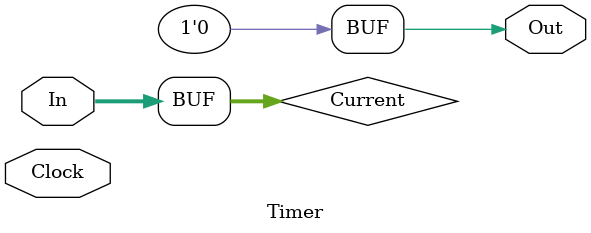
<source format=v>
`timescale 1ns / 1ps


//-----------------------------------------------------------------------
//	Module:		Timer
//	Desc:		A Timer that counts down from a given input
//	Ex:		T Minus 10, 9, 8, 7, 6, ...
//-----------------------------------------------------------------------
module Timer(Clock, In, Out);
	//---------------------------------------------------------------
	//	I/O
	//---------------------------------------------------------------
	input Clock;
	input [31:0] In;
	output reg Out;
	//---------------------------------------------------------------
	 
	//---------------------------------------------------------------
	//	Regs
	//---------------------------------------------------------------
	reg [31:0] Current;
	//---------------------------------------------------------------

	//---------------------------------------------------------------
	//	Behavioral Timer
	//---------------------------------------------------------------
	always @ (posedge Clock) begin
		Current = (Current != 32'b0) ? (Current - 1) : 32'b0;
		Out = (Current == 32'b0) ? 1'b1 : 1'b0;
	end
	 
	always @ (In) begin
		Current = In;
		Out = 1'b0;
	end
	//---------------------------------------------------------------

endmodule
//-----------------------------------------------------------------------

</source>
